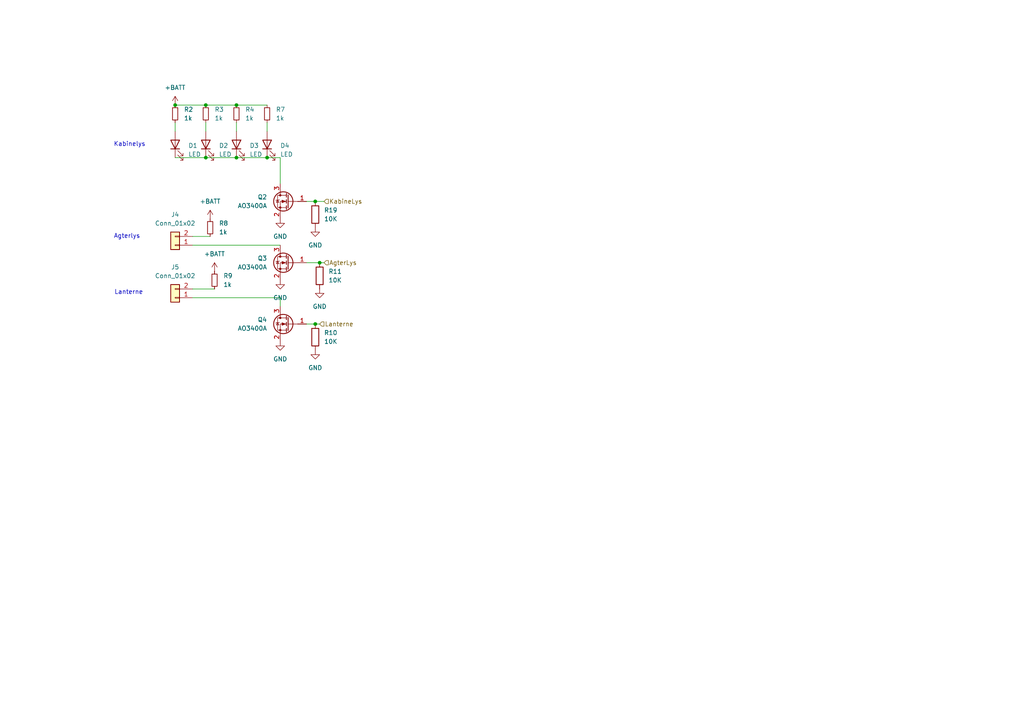
<source format=kicad_sch>
(kicad_sch (version 20250114) (generator "eeschema") (generator_version "9.0")
  (paper "A4")
  (lib_symbols
    (symbol "Connector_Generic:Conn_01x02" (pin_names (offset 1.016) (hide yes))
      (property "Reference" "J" (at 0 2.54 0))
      (property "Value" "Conn_01x02" (at 0 -5.08 0))
      (symbol "Conn_01x02_1_1"
        (rectangle (start -1.27 1.27) (end 1.27 -3.81) (stroke (width 0.254)) (fill (type background)))
        (rectangle (start -1.27 0.127) (end 0 -0.127) (stroke (width 0.1524)))
        (rectangle (start -1.27 -2.413) (end 0 -2.667) (stroke (width 0.1524)))
        (pin passive line (at -5.08 0 0) (length 3.81) (name "Pin_1") (number "1"))
        (pin passive line (at -5.08 -2.54 0) (length 3.81) (name "Pin_2") (number "2"))
      )
    )
    (symbol "Device:LED" (pin_numbers (hide yes)) (pin_names (offset 1.016) (hide yes))
      (property "Reference" "D" (at 0 2.54 0))
      (property "Value" "LED" (at 0 -2.54 0))
      (symbol "LED_0_1"
        (polyline (pts (xy -3.048 -0.762) (xy -4.572 -2.286) (xy -3.81 -2.286) (xy -4.572 -2.286) (xy -4.572 -1.524)))
        (polyline (pts (xy -1.778 -0.762) (xy -3.302 -2.286) (xy -2.54 -2.286) (xy -3.302 -2.286) (xy -3.302 -1.524)))
        (polyline (pts (xy -1.27 0) (xy 1.27 0)))
        (polyline (pts (xy -1.27 -1.27) (xy -1.27 1.27)) (stroke (width 0.254)))
        (polyline (pts (xy 1.27 -1.27) (xy 1.27 1.27) (xy -1.27 0) (xy 1.27 -1.27)) (stroke (width 0.254)))
      )
      (symbol "LED_1_1"
        (pin passive line (at -3.81 0 0) (length 2.54) (name "K") (number "1"))
        (pin passive line (at 3.81 0 180) (length 2.54) (name "A") (number "2"))
      )
    )
    (symbol "Device:R" (pin_numbers (hide yes)) (pin_names (offset 0))
      (property "Reference" "R" (at 2.032 0 90))
      (property "Value" "R" (at 0 0 90))
      (symbol "R_0_1"
        (rectangle (start -1.016 -2.54) (end 1.016 2.54) (stroke (width 0.254)))
      )
      (symbol "R_1_1"
        (pin passive line (at 0 3.81 270) (length 1.27) (name "~") (number "1"))
        (pin passive line (at 0 -3.81 90) (length 1.27) (name "~") (number "2"))
      )
    )
    (symbol "Device:R_Small" (pin_numbers (hide yes)) (pin_names (offset 0.254) (hide yes))
      (property "Reference" "R" (at 0.762 0.508 0))
      (property "Value" "R_Small" (at 0.762 -1.016 0))
      (symbol "R_Small_0_1"
        (rectangle (start -0.762 1.778) (end 0.762 -1.778) (stroke (width 0.2032)))
      )
      (symbol "R_Small_1_1"
        (pin passive line (at 0 2.54 270) (length 0.762) (name "~") (number "1"))
        (pin passive line (at 0 -2.54 90) (length 0.762) (name "~") (number "2"))
      )
    )
    (symbol "Transistor_FET:AO3400A" (pin_names (hide yes))
      (property "Reference" "Q" (at 5.08 1.905 0))
      (property "Value" "AO3400A" (at 5.08 0 0))
      (symbol "AO3400A_0_1"
        (polyline (pts (xy 0.254 1.905) (xy 0.254 -1.905)) (stroke (width 0.254)))
        (polyline (pts (xy 0.254 0) (xy -2.54 0)))
        (polyline (pts (xy 0.762 2.286) (xy 0.762 1.27)) (stroke (width 0.254)))
        (polyline (pts (xy 0.762 0.508) (xy 0.762 -0.508)) (stroke (width 0.254)))
        (polyline (pts (xy 0.762 -1.27) (xy 0.762 -2.286)) (stroke (width 0.254)))
        (polyline (pts (xy 0.762 -1.778) (xy 3.302 -1.778) (xy 3.302 1.778) (xy 0.762 1.778)))
        (polyline (pts (xy 1.016 0) (xy 2.032 0.381) (xy 2.032 -0.381) (xy 1.016 0)) (fill (type outline)))
        (circle (center 1.651 0) (radius 2.794) (stroke (width 0.254)))
        (polyline (pts (xy 2.54 2.54) (xy 2.54 1.778)))
        (circle (center 2.54 1.778) (radius 0.254) (fill (type outline)))
        (circle (center 2.54 -1.778) (radius 0.254) (fill (type outline)))
        (polyline (pts (xy 2.54 -2.54) (xy 2.54 0) (xy 0.762 0)))
        (polyline (pts (xy 2.794 0.508) (xy 2.921 0.381) (xy 3.683 0.381) (xy 3.81 0.254)))
        (polyline (pts (xy 3.302 0.381) (xy 2.921 -0.254) (xy 3.683 -0.254) (xy 3.302 0.381)))
      )
      (symbol "AO3400A_1_1"
        (pin input line (at -5.08 0 0) (length 2.54) (name "G") (number "1"))
        (pin passive line (at 2.54 5.08 270) (length 2.54) (name "D") (number "3"))
        (pin passive line (at 2.54 -5.08 90) (length 2.54) (name "S") (number "2"))
      )
    )
    (symbol "power:+BATT" (power) (pin_numbers (hide yes)) (pin_names (offset 0) (hide yes))
      (property "Value" "+BATT" (at 0 3.556 0))
      (symbol "+BATT_0_1"
        (polyline (pts (xy -0.762 1.27) (xy 0 2.54)))
        (polyline (pts (xy 0 2.54) (xy 0.762 1.27)))
        (polyline (pts (xy 0 0) (xy 0 2.54)))
      )
      (symbol "+BATT_1_1"
        (pin power_in line (at 0 0 90) (length 0) (name "~") (number "1"))
      )
    )
    (symbol "power:GND" (power) (pin_numbers (hide yes)) (pin_names (offset 0) (hide yes))
      (property "Value" "GND" (at 0 -3.81 0))
      (symbol "GND_0_1"
        (polyline (pts (xy 0 0) (xy 0 -1.27) (xy 1.27 -1.27) (xy 0 -2.54) (xy -1.27 -1.27) (xy 0 -1.27)))
      )
      (symbol "GND_1_1"
        (pin power_in line (at 0 0 270) (length 0) (name "~") (number "1"))
      )
    )
  )
  (text "Kabinelys\n" (at 37.592 41.91 0) (effects (font (size 1.27 1.27))))
  (text "Lanterne" (at 37.338 84.836 0) (effects (font (size 1.27 1.27))))
  (text "Agterlys\n" (at 36.83 68.58 0) (effects (font (size 1.27 1.27))))
  (junction (at 92.71 76.2))
  (junction (at 68.58 45.72))
  (junction (at 91.44 58.42))
  (junction (at 68.58 30.48))
  (junction (at 50.8 30.48))
  (junction (at 59.69 45.72))
  (junction (at 77.47 45.72))
  (junction (at 91.44 93.98))
  (junction (at 59.69 30.48))
  (wire (pts (xy 88.9 76.2) (xy 92.71 76.2)))
  (wire (pts (xy 59.69 30.48) (xy 68.58 30.48)))
  (wire (pts (xy 88.9 58.42) (xy 91.44 58.42)))
  (wire (pts (xy 55.88 71.12) (xy 81.28 71.12)))
  (wire (pts (xy 77.47 45.72) (xy 68.58 45.72)))
  (wire (pts (xy 91.44 58.42) (xy 93.98 58.42)))
  (wire (pts (xy 81.28 88.9) (xy 81.28 86.36)))
  (wire (pts (xy 59.69 45.72) (xy 50.8 45.72)))
  (wire (pts (xy 55.88 68.58) (xy 60.96 68.58)))
  (wire (pts (xy 81.28 53.34) (xy 81.28 45.72)))
  (wire (pts (xy 88.9 93.98) (xy 91.44 93.98)))
  (wire (pts (xy 77.47 35.56) (xy 77.47 38.1)))
  (wire (pts (xy 55.88 86.36) (xy 81.28 86.36)))
  (wire (pts (xy 59.69 35.56) (xy 59.69 38.1)))
  (wire (pts (xy 50.8 30.48) (xy 59.69 30.48)))
  (wire (pts (xy 68.58 45.72) (xy 59.69 45.72)))
  (wire (pts (xy 68.58 35.56) (xy 68.58 38.1)))
  (wire (pts (xy 55.88 83.82) (xy 62.23 83.82)))
  (wire (pts (xy 81.28 45.72) (xy 77.47 45.72)))
  (wire (pts (xy 50.8 35.56) (xy 50.8 38.1)))
  (wire (pts (xy 68.58 30.48) (xy 77.47 30.48)))
  (wire (pts (xy 92.71 76.2) (xy 93.98 76.2)))
  (wire (pts (xy 91.44 93.98) (xy 92.71 93.98)))
  (hierarchical_label "KabineLys" (shape input) (at 93.98 58.42 0))
  (hierarchical_label "Lanterne" (shape input) (at 92.71 93.98 0))
  (hierarchical_label "AgterLys" (shape input) (at 93.98 76.2 0))
  (symbol (lib_id "Device:R_Small") (at 60.96 66.04 0) (unit 1)
    (property "Reference" "R8" (at 63.5 64.7699 0) (effects (justify left)))
    (property "Value" "1k" (at 63.5 67.3099 0) (effects (justify left)))
    (property "Footprint" "Resistor_SMD:R_0603_1608Metric" (effects (hide yes)))
    (property "Description" "Resistor, small symbol" (effects (hide yes)))
  )
  (symbol (lib_id "Device:R") (at 91.44 62.23 0) (unit 1)
    (property "Reference" "R19" (at 93.98 60.9599 0) (effects (justify left)))
    (property "Value" "10K" (at 93.98 63.4999 0) (effects (justify left)))
    (property "Footprint" "Resistor_SMD:R_0603_1608Metric" (effects (hide yes)))
    (property "LINK" "https://www.digikey.com/en/products/detail/stackpole-electronics-inc/RMCF0805JT10K0/1757762" (effects (hide yes)))
  )
  (symbol (lib_id "power:+BATT") (at 50.8 30.48 0) (unit 1)
    (property "Reference" "#PWR013" (effects (hide yes)))
    (property "Value" "+BATT" (at 50.8 25.4 0))
    (property "Description" "Power symbol creates a global label with name \"+BATT\"" (effects (hide yes)))
  )
  (symbol (lib_id "Connector_Generic:Conn_01x02") (at 50.8 86.36 180) (unit 1)
    (property "Reference" "J5" (at 50.8 77.47 0))
    (property "Value" "Conn_01x02" (at 50.8 80.01 0))
    (property "Footprint" "Connector_Molex:Molex_KK-254_AE-6410-02A_1x02_P2.54mm_Vertical" (effects (hide yes)))
    (property "Description" "Generic connector, single row, 01x02, script generated (kicad-library-utils/schlib/autogen/connector/)" (effects (hide yes)))
  )
  (symbol (lib_id "power:GND") (at 91.44 66.04 0) (unit 1)
    (property "Reference" "#PWR034" (effects (hide yes)))
    (property "Value" "GND" (at 91.44 71.12 0))
    (property "Description" "Power symbol creates a global label with name \"GND\" , ground" (effects (hide yes)))
  )
  (symbol (lib_id "Device:LED") (at 68.58 41.91 90) (unit 1)
    (property "Reference" "D3" (at 72.39 42.2274 90) (effects (justify right)))
    (property "Value" "LED" (at 72.39 44.7674 90) (effects (justify right)))
    (property "Footprint" "LED_SMD:LED_0805_2012Metric" (effects (hide yes)))
    (property "Description" "Light emitting diode" (effects (hide yes)))
  )
  (symbol (lib_id "Device:R_Small") (at 62.23 81.28 0) (unit 1)
    (property "Reference" "R9" (at 64.77 80.0099 0) (effects (justify left)))
    (property "Value" "1k" (at 64.77 82.5499 0) (effects (justify left)))
    (property "Footprint" "Resistor_SMD:R_0603_1608Metric" (effects (hide yes)))
    (property "Description" "Resistor, small symbol" (effects (hide yes)))
  )
  (symbol (lib_id "Device:R_Small") (at 50.8 33.02 0) (unit 1)
    (property "Reference" "R2" (at 53.34 31.7499 0) (effects (justify left)))
    (property "Value" "1k" (at 53.34 34.2899 0) (effects (justify left)))
    (property "Footprint" "Resistor_SMD:R_0603_1608Metric" (effects (hide yes)))
    (property "Description" "Resistor, small symbol" (effects (hide yes)))
  )
  (symbol (lib_id "power:+BATT") (at 62.23 78.74 0) (unit 1)
    (property "Reference" "#PWR015" (effects (hide yes)))
    (property "Value" "+BATT" (at 62.23 73.66 0))
    (property "Description" "Power symbol creates a global label with name \"+BATT\"" (effects (hide yes)))
  )
  (symbol (lib_id "Device:R_Small") (at 59.69 33.02 0) (unit 1)
    (property "Reference" "R3" (at 62.23 31.7499 0) (effects (justify left)))
    (property "Value" "1k" (at 62.23 34.2899 0) (effects (justify left)))
    (property "Footprint" "Resistor_SMD:R_0603_1608Metric" (effects (hide yes)))
    (property "Description" "Resistor, small symbol" (effects (hide yes)))
  )
  (symbol (lib_id "Device:LED") (at 77.47 41.91 90) (unit 1)
    (property "Reference" "D4" (at 81.28 42.2274 90) (effects (justify right)))
    (property "Value" "LED" (at 81.28 44.7674 90) (effects (justify right)))
    (property "Footprint" "LED_SMD:LED_0805_2012Metric" (effects (hide yes)))
    (property "Description" "Light emitting diode" (effects (hide yes)))
  )
  (symbol (lib_id "power:GND") (at 91.44 101.6 0) (unit 1)
    (property "Reference" "#PWR012" (effects (hide yes)))
    (property "Value" "GND" (at 91.44 106.68 0))
    (property "Description" "Power symbol creates a global label with name \"GND\" , ground" (effects (hide yes)))
  )
  (symbol (lib_id "Device:R_Small") (at 68.58 33.02 0) (unit 1)
    (property "Reference" "R4" (at 71.12 31.7499 0) (effects (justify left)))
    (property "Value" "1k" (at 71.12 34.2899 0) (effects (justify left)))
    (property "Footprint" "Resistor_SMD:R_0603_1608Metric" (effects (hide yes)))
    (property "Description" "Resistor, small symbol" (effects (hide yes)))
  )
  (symbol (lib_id "power:GND") (at 81.28 99.06 0) (unit 1)
    (property "Reference" "#PWR09" (effects (hide yes)))
    (property "Value" "GND" (at 81.28 104.14 0))
    (property "Description" "Power symbol creates a global label with name \"GND\" , ground" (effects (hide yes)))
  )
  (symbol (lib_id "Device:R") (at 92.71 80.01 0) (unit 1)
    (property "Reference" "R11" (at 95.25 78.7399 0) (effects (justify left)))
    (property "Value" "10K" (at 95.25 81.2799 0) (effects (justify left)))
    (property "Footprint" "Resistor_SMD:R_0603_1608Metric" (effects (hide yes)))
    (property "LINK" "https://www.digikey.com/en/products/detail/stackpole-electronics-inc/RMCF0805JT10K0/1757762" (effects (hide yes)))
  )
  (symbol (lib_id "power:+BATT") (at 60.96 63.5 0) (unit 1)
    (property "Reference" "#PWR014" (effects (hide yes)))
    (property "Value" "+BATT" (at 60.96 58.42 0))
    (property "Description" "Power symbol creates a global label with name \"+BATT\"" (effects (hide yes)))
  )
  (symbol (lib_id "Connector_Generic:Conn_01x02") (at 50.8 71.12 180) (unit 1)
    (property "Reference" "J4" (at 50.8 62.23 0))
    (property "Value" "Conn_01x02" (at 50.8 64.77 0))
    (property "Footprint" "Connector_Molex:Molex_KK-254_AE-6410-02A_1x02_P2.54mm_Vertical" (effects (hide yes)))
    (property "Description" "Generic connector, single row, 01x02, script generated (kicad-library-utils/schlib/autogen/connector/)" (effects (hide yes)))
  )
  (symbol (lib_id "Transistor_FET:AO3400A") (at 83.82 76.2 0) (mirror y) (unit 1)
    (property "Reference" "Q3" (at 77.47 74.9299 0) (effects (justify left)))
    (property "Value" "AO3400A" (at 77.47 77.4699 0) (effects (justify left)))
    (property "Footprint" "Package_TO_SOT_SMD:SOT-23" (effects (hide yes)))
    (property "Datasheet" "http://www.aosmd.com/pdfs/datasheet/AO3400A.pdf" (effects (hide yes)))
    (property "Description" "30V Vds, 5.7A Id, N-Channel MOSFET, SOT-23" (effects (hide yes)))
  )
  (symbol (lib_id "Device:R") (at 91.44 97.79 0) (unit 1)
    (property "Reference" "R10" (at 93.98 96.5199 0) (effects (justify left)))
    (property "Value" "10K" (at 93.98 99.0599 0) (effects (justify left)))
    (property "Footprint" "Resistor_SMD:R_0603_1608Metric" (effects (hide yes)))
    (property "LINK" "https://www.digikey.com/en/products/detail/stackpole-electronics-inc/RMCF0805JT10K0/1757762" (effects (hide yes)))
  )
  (symbol (lib_id "Transistor_FET:AO3400A") (at 83.82 58.42 0) (mirror y) (unit 1)
    (property "Reference" "Q2" (at 77.47 57.1499 0) (effects (justify left)))
    (property "Value" "AO3400A" (at 77.47 59.6899 0) (effects (justify left)))
    (property "Footprint" "Package_TO_SOT_SMD:SOT-23" (effects (hide yes)))
    (property "Datasheet" "http://www.aosmd.com/pdfs/datasheet/AO3400A.pdf" (effects (hide yes)))
    (property "Description" "30V Vds, 5.7A Id, N-Channel MOSFET, SOT-23" (effects (hide yes)))
  )
  (symbol (lib_id "Transistor_FET:AO3400A") (at 83.82 93.98 0) (mirror y) (unit 1)
    (property "Reference" "Q4" (at 77.47 92.7099 0) (effects (justify left)))
    (property "Value" "AO3400A" (at 77.47 95.2499 0) (effects (justify left)))
    (property "Footprint" "Package_TO_SOT_SMD:SOT-23" (effects (hide yes)))
    (property "Datasheet" "http://www.aosmd.com/pdfs/datasheet/AO3400A.pdf" (effects (hide yes)))
    (property "Description" "30V Vds, 5.7A Id, N-Channel MOSFET, SOT-23" (effects (hide yes)))
  )
  (symbol (lib_id "Device:LED") (at 59.69 41.91 90) (unit 1)
    (property "Reference" "D2" (at 63.5 42.2274 90) (effects (justify right)))
    (property "Value" "LED" (at 63.5 44.7674 90) (effects (justify right)))
    (property "Footprint" "LED_SMD:LED_0805_2012Metric" (effects (hide yes)))
    (property "Description" "Light emitting diode" (effects (hide yes)))
  )
  (symbol (lib_id "Device:LED") (at 50.8 41.91 90) (unit 1)
    (property "Reference" "D1" (at 54.61 42.2274 90) (effects (justify right)))
    (property "Value" "LED" (at 54.61 44.7674 90) (effects (justify right)))
    (property "Footprint" "LED_SMD:LED_0805_2012Metric" (effects (hide yes)))
    (property "Description" "Light emitting diode" (effects (hide yes)))
  )
  (symbol (lib_id "power:GND") (at 81.28 63.5 0) (unit 1)
    (property "Reference" "#PWR07" (effects (hide yes)))
    (property "Value" "GND" (at 81.28 68.58 0))
    (property "Description" "Power symbol creates a global label with name \"GND\" , ground" (effects (hide yes)))
  )
  (symbol (lib_id "power:GND") (at 81.28 81.28 0) (unit 1)
    (property "Reference" "#PWR08" (effects (hide yes)))
    (property "Value" "GND" (at 81.28 86.36 0))
    (property "Description" "Power symbol creates a global label with name \"GND\" , ground" (effects (hide yes)))
  )
  (symbol (lib_id "power:GND") (at 92.71 83.82 0) (unit 1)
    (property "Reference" "#PWR027" (effects (hide yes)))
    (property "Value" "GND" (at 92.71 88.9 0))
    (property "Description" "Power symbol creates a global label with name \"GND\" , ground" (effects (hide yes)))
  )
  (symbol (lib_id "Device:R_Small") (at 77.47 33.02 0) (unit 1)
    (property "Reference" "R7" (at 80.01 31.7499 0) (effects (justify left)))
    (property "Value" "1k" (at 80.01 34.2899 0) (effects (justify left)))
    (property "Footprint" "Resistor_SMD:R_0603_1608Metric" (effects (hide yes)))
    (property "Description" "Resistor, small symbol" (effects (hide yes)))
  )
)
</source>
